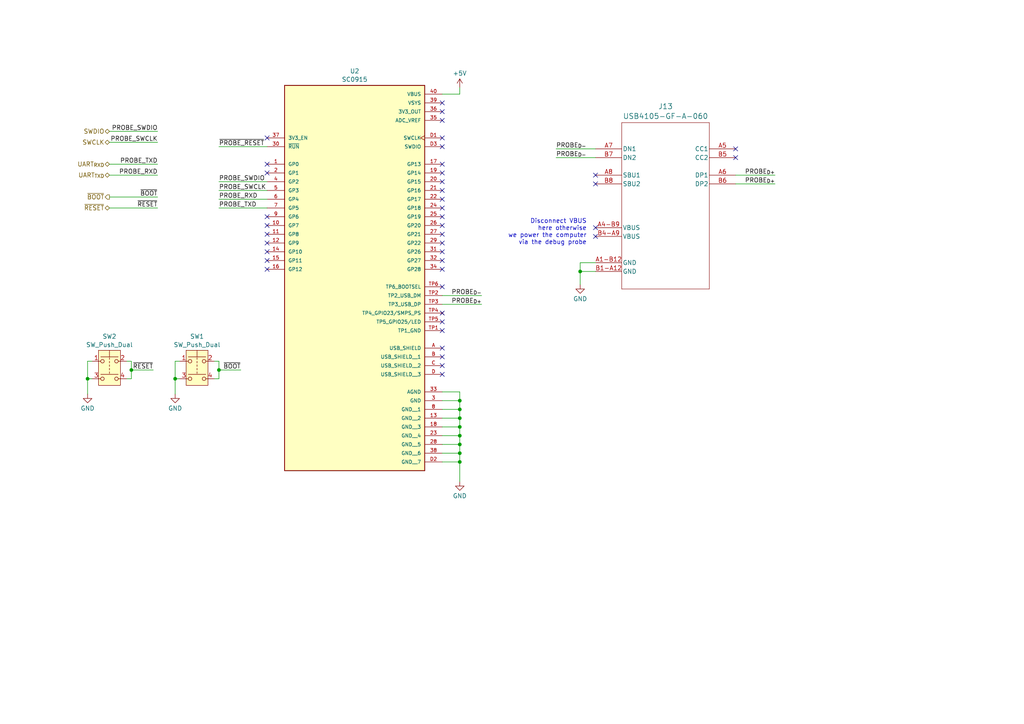
<source format=kicad_sch>
(kicad_sch (version 20231120) (generator "eeschema") (generator_version "8.0")
  (paper "A4")
  (lib_symbols
    (symbol "Switch:SW_Push_Dual" (pin_names (offset 1.016) hide)
      (property "Reference" "SW" (at 0 7.62 0))
      (property "Value" "SW_Push_Dual" (at 0 -6.35 0))
      (symbol "SW_Push_Dual_0_1"
        (circle (center -2.032 -2.54) (radius 0.508))
        (circle (center -2.032 2.54) (radius 0.508))
        (polyline (pts (xy 0 -0.508) (xy 0 -1.016)))
        (polyline (pts (xy 0 0.508) (xy 0 0)))
        (polyline (pts (xy 0 1.016) (xy 0 1.524)))
        (polyline (pts (xy 0 2.032) (xy 0 2.54)))
        (polyline (pts (xy 0 3.048) (xy 0 3.556)))
        (polyline (pts (xy 0 3.81) (xy 0 5.588)))
        (polyline (pts (xy 2.54 -1.27) (xy -2.54 -1.27)))
        (polyline (pts (xy 2.54 3.81) (xy -2.54 3.81)))
        (circle (center 2.032 -2.54) (radius 0.508))
        (circle (center 2.032 2.54) (radius 0.508))
        (pin passive line (at -5.08 2.54 0) (length 2.54) (name "1") (number "1"))
        (pin passive line (at 5.08 2.54 180) (length 2.54) (name "2") (number "2"))
        (pin passive line (at -5.08 -2.54 0) (length 2.54) (name "3") (number "3"))
        (pin passive line (at 5.08 -2.54 180) (length 2.54) (name "4") (number "4"))
      )
      (symbol "SW_Push_Dual_1_1"
        (rectangle (start -3.175 5.715) (end 3.175 -4.445) (fill (type background)))
      )
    )
    (symbol "compi:SC0915" (pin_names (offset 1.016))
      (property "Reference" "U" (at -20.32 44.069 0))
      (property "Value" "SC0915" (at -20.32 -71.12 0))
      (symbol "SC0915_0_1"
        (rectangle (start -20.32 -68.58) (end 20.32 43.18) (stroke (width 0.254)) (fill (type background)))
        (pin bidirectional line (at -25.4 20.32 0) (length 5.08) (name "GP0") (number "1"))
        (pin bidirectional line (at -25.4 2.54 0) (length 5.08) (name "GP7") (number "10"))
        (pin bidirectional line (at -25.4 0 0) (length 5.08) (name "GP8") (number "11"))
        (pin bidirectional line (at -25.4 -2.54 0) (length 5.08) (name "GP9") (number "12"))
        (pin power_in line (at 25.4 -53.34 180) (length 5.08) (name "GND__2") (number "13"))
        (pin bidirectional line (at -25.4 -5.08 0) (length 5.08) (name "GP10") (number "14"))
        (pin bidirectional line (at -25.4 -7.62 0) (length 5.08) (name "GP11") (number "15"))
        (pin bidirectional line (at -25.4 -10.16 0) (length 5.08) (name "GP12") (number "16"))
        (pin bidirectional line (at 25.4 20.32 180) (length 5.08) (name "GP13") (number "17"))
        (pin power_in line (at 25.4 -55.88 180) (length 5.08) (name "GND__3") (number "18"))
        (pin bidirectional line (at 25.4 17.78 180) (length 5.08) (name "GP14") (number "19"))
        (pin bidirectional line (at -25.4 17.78 0) (length 5.08) (name "GP1") (number "2"))
        (pin bidirectional line (at 25.4 15.24 180) (length 5.08) (name "GP15") (number "20"))
        (pin bidirectional line (at 25.4 12.7 180) (length 5.08) (name "GP16") (number "21"))
        (pin bidirectional line (at 25.4 10.16 180) (length 5.08) (name "GP17") (number "22"))
        (pin power_in line (at 25.4 -58.42 180) (length 5.08) (name "GND__4") (number "23"))
        (pin bidirectional line (at 25.4 7.62 180) (length 5.08) (name "GP18") (number "24"))
        (pin bidirectional line (at 25.4 5.08 180) (length 5.08) (name "GP19") (number "25"))
        (pin bidirectional line (at 25.4 2.54 180) (length 5.08) (name "GP20") (number "26"))
        (pin bidirectional line (at 25.4 0 180) (length 5.08) (name "GP21") (number "27"))
        (pin power_in line (at 25.4 -60.96 180) (length 5.08) (name "GND__5") (number "28"))
        (pin bidirectional line (at 25.4 -2.54 180) (length 5.08) (name "GP22") (number "29"))
        (pin power_in line (at 25.4 -48.26 180) (length 5.08) (name "GND") (number "3"))
        (pin input line (at -25.4 25.4 0) (length 5.08) (name "~{RUN}") (number "30"))
        (pin bidirectional line (at 25.4 -5.08 180) (length 5.08) (name "GP26") (number "31"))
        (pin bidirectional line (at 25.4 -7.62 180) (length 5.08) (name "GP27") (number "32"))
        (pin power_in line (at 25.4 -45.72 180) (length 5.08) (name "AGND") (number "33"))
        (pin bidirectional line (at 25.4 -10.16 180) (length 5.08) (name "GP28") (number "34"))
        (pin power_in line (at 25.4 33.02 180) (length 5.08) (name "ADC_VREF") (number "35"))
        (pin power_in line (at 25.4 35.56 180) (length 5.08) (name "3V3_OUT") (number "36"))
        (pin input line (at -25.4 27.94 0) (length 5.08) (name "3V3_EN") (number "37"))
        (pin power_in line (at 25.4 -63.5 180) (length 5.08) (name "GND__6") (number "38"))
        (pin power_in line (at 25.4 38.1 180) (length 5.08) (name "VSYS") (number "39"))
        (pin bidirectional line (at -25.4 15.24 0) (length 5.08) (name "GP2") (number "4"))
        (pin power_in line (at 25.4 40.64 180) (length 5.08) (name "VBUS") (number "40"))
        (pin bidirectional line (at -25.4 12.7 0) (length 5.08) (name "GP3") (number "5"))
        (pin bidirectional line (at -25.4 10.16 0) (length 5.08) (name "GP4") (number "6"))
        (pin bidirectional line (at -25.4 7.62 0) (length 5.08) (name "GP5") (number "7"))
        (pin power_in line (at 25.4 -50.8 180) (length 5.08) (name "GND__1") (number "8"))
        (pin bidirectional line (at -25.4 5.08 0) (length 5.08) (name "GP6") (number "9"))
        (pin power_in line (at 25.4 -33.02 180) (length 5.08) (name "USB_SHIELD") (number "A"))
        (pin power_in line (at 25.4 -35.56 180) (length 5.08) (name "USB_SHIELD__1") (number "B"))
        (pin power_in line (at 25.4 -38.1 180) (length 5.08) (name "USB_SHIELD__2") (number "C"))
        (pin power_in line (at 25.4 -40.64 180) (length 5.08) (name "USB_SHIELD__3") (number "D"))
        (pin input clock (at 25.4 27.94 180) (length 5.08) (name "SWCLK") (number "D1"))
        (pin power_in line (at 25.4 -66.04 180) (length 5.08) (name "GND__7") (number "D2"))
        (pin bidirectional line (at 25.4 25.4 180) (length 5.08) (name "SWDIO") (number "D3"))
        (pin power_in line (at 25.4 -27.94 180) (length 5.08) (name "TP1_GND") (number "TP1"))
        (pin bidirectional line (at 25.4 -17.78 180) (length 5.08) (name "TP2_USB_DM") (number "TP2"))
        (pin bidirectional line (at 25.4 -20.32 180) (length 5.08) (name "TP3_USB_DP") (number "TP3"))
        (pin no_connect line (at 25.4 -22.86 180) (length 5.08) (name "TP4_GPIO23/SMPS_PS") (number "TP4"))
        (pin output line (at 25.4 -25.4 180) (length 5.08) (name "TP5_GPIO25/LED") (number "TP5"))
        (pin input line (at 25.4 -15.24 180) (length 5.08) (name "TP6_BOOTSEL") (number "TP6"))
      )
    )
    (symbol "compi:USB4105-GF-A-060" (pin_names (offset 0.254))
      (property "Reference" "J" (at 20.32 12.7 0))
      (property "Value" "USB4105-GF-A-060" (at 20.32 10.16 0))
      (symbol "USB4105-GF-A-060_0_1"
        (polyline (pts (xy 7.62 -40.64) (xy 33.02 -40.64)) (stroke (width 0.127)))
        (polyline (pts (xy 7.62 7.62) (xy 7.62 -40.64)) (stroke (width 0.127)))
        (polyline (pts (xy 33.02 -40.64) (xy 33.02 7.62)) (stroke (width 0.127)))
        (polyline (pts (xy 33.02 7.62) (xy 7.62 7.62)) (stroke (width 0.127)))
        (pin power_out line (at 0 -33.02 0) (length 7.62) (name "GND") (number "A1-B12"))
        (pin power_in line (at 0 -22.86 0) (length 7.62) (name "VBUS") (number "A4-B9"))
        (pin bidirectional line (at 40.64 0 180) (length 7.62) (name "CC1") (number "A5"))
        (pin bidirectional line (at 40.64 -7.62 180) (length 7.62) (name "DP1") (number "A6"))
        (pin bidirectional line (at 0 0 0) (length 7.62) (name "DN1") (number "A7"))
        (pin bidirectional line (at 0 -7.62 0) (length 7.62) (name "SBU1") (number "A8"))
        (pin power_out line (at 0 -35.56 0) (length 7.62) (name "GND") (number "B1-A12"))
        (pin power_in line (at 0 -25.4 0) (length 7.62) (name "VBUS") (number "B4-A9"))
        (pin bidirectional line (at 40.64 -2.54 180) (length 7.62) (name "CC2") (number "B5"))
        (pin bidirectional line (at 40.64 -10.16 180) (length 7.62) (name "DP2") (number "B6"))
        (pin bidirectional line (at 0 -2.54 0) (length 7.62) (name "DN2") (number "B7"))
        (pin bidirectional line (at 0 -10.16 0) (length 7.62) (name "SBU2") (number "B8"))
      )
    )
    (symbol "power:+5V" (power) (pin_names (offset 0))
      (property "Value" "+5V" (at 0 3.556 0))
      (symbol "+5V_0_1"
        (polyline (pts (xy -0.762 1.27) (xy 0 2.54)))
        (polyline (pts (xy 0 0) (xy 0 2.54)))
        (polyline (pts (xy 0 2.54) (xy 0.762 1.27)))
      )
      (symbol "+5V_1_1"
        (pin power_in line (at 0 0 90) (length 0) hide (name "+5V") (number "1"))
      )
    )
    (symbol "power:GND" (power) (pin_names (offset 0))
      (property "Value" "GND" (at 0 -3.81 0))
      (symbol "GND_0_1"
        (polyline (pts (xy 0 0) (xy 0 -1.27) (xy 1.27 -1.27) (xy 0 -2.54) (xy -1.27 -1.27) (xy 0 -1.27)))
      )
      (symbol "GND_1_1"
        (pin power_in line (at 0 0 270) (length 0) hide (name "GND") (number "1"))
      )
    )
  )
  (junction (at 133.35 116.205))
  (junction (at 133.35 118.745))
  (junction (at 168.275 78.74))
  (junction (at 133.35 126.365))
  (junction (at 133.35 123.825))
  (junction (at 50.8 109.855))
  (junction (at 133.35 131.445))
  (junction (at 133.35 128.905))
  (junction (at 38.1 107.315))
  (junction (at 63.5 107.315))
  (junction (at 25.4 109.855))
  (junction (at 133.35 133.985))
  (junction (at 133.35 121.285))
  (no_connect (at 128.27 40.005))
  (no_connect (at 128.27 67.945))
  (no_connect (at 77.47 65.405))
  (no_connect (at 128.27 60.325))
  (no_connect (at 172.72 68.58))
  (no_connect (at 77.47 78.105))
  (no_connect (at 128.27 106.045))
  (no_connect (at 128.27 70.485))
  (no_connect (at 172.72 50.8))
  (no_connect (at 128.27 90.805))
  (no_connect (at 77.47 67.945))
  (no_connect (at 128.27 73.025))
  (no_connect (at 128.27 108.585))
  (no_connect (at 77.47 50.165))
  (no_connect (at 128.27 65.405))
  (no_connect (at 128.27 62.865))
  (no_connect (at 128.27 55.245))
  (no_connect (at 77.47 75.565))
  (no_connect (at 213.36 45.72))
  (no_connect (at 172.72 53.34))
  (no_connect (at 77.47 40.005))
  (no_connect (at 128.27 50.165))
  (no_connect (at 128.27 52.705))
  (no_connect (at 213.36 43.18))
  (no_connect (at 128.27 103.505))
  (no_connect (at 77.47 62.865))
  (no_connect (at 128.27 83.185))
  (no_connect (at 128.27 100.965))
  (no_connect (at 128.27 78.105))
  (no_connect (at 128.27 32.385))
  (no_connect (at 77.47 70.485))
  (no_connect (at 128.27 47.625))
  (no_connect (at 128.27 42.545))
  (no_connect (at 128.27 95.885))
  (no_connect (at 128.27 29.845))
  (no_connect (at 128.27 75.565))
  (no_connect (at 128.27 34.925))
  (no_connect (at 128.27 93.345))
  (no_connect (at 77.47 73.025))
  (no_connect (at 77.47 47.625))
  (no_connect (at 128.27 57.785))
  (no_connect (at 172.72 66.04))
  (wire (pts (xy 63.5 55.245) (xy 77.47 55.245)))
  (wire (pts (xy 38.1 107.315) (xy 44.45 107.315)))
  (wire (pts (xy 45.72 50.8) (xy 31.75 50.8)))
  (wire (pts (xy 38.1 109.855) (xy 38.1 107.315)))
  (wire (pts (xy 38.1 107.315) (xy 38.1 104.775)))
  (wire (pts (xy 128.27 126.365) (xy 133.35 126.365)))
  (wire (pts (xy 133.35 126.365) (xy 133.35 128.905)))
  (wire (pts (xy 50.8 109.855) (xy 52.07 109.855)))
  (wire (pts (xy 133.35 123.825) (xy 133.35 126.365)))
  (wire (pts (xy 213.36 53.34) (xy 224.79 53.34)))
  (wire (pts (xy 36.83 109.855) (xy 38.1 109.855)))
  (wire (pts (xy 45.72 47.625) (xy 31.75 47.625)))
  (wire (pts (xy 133.35 121.285) (xy 133.35 123.825)))
  (wire (pts (xy 168.275 78.74) (xy 168.275 82.55)))
  (wire (pts (xy 31.75 57.15) (xy 45.72 57.15)))
  (wire (pts (xy 128.27 123.825) (xy 133.35 123.825)))
  (wire (pts (xy 63.5 42.545) (xy 77.47 42.545)))
  (wire (pts (xy 128.27 128.905) (xy 133.35 128.905)))
  (wire (pts (xy 128.27 27.305) (xy 133.35 27.305)))
  (wire (pts (xy 63.5 52.705) (xy 77.47 52.705)))
  (wire (pts (xy 63.5 109.855) (xy 63.5 107.315)))
  (wire (pts (xy 172.72 45.72) (xy 161.29 45.72)))
  (wire (pts (xy 133.35 113.665) (xy 133.35 116.205)))
  (wire (pts (xy 45.72 38.1) (xy 31.75 38.1)))
  (wire (pts (xy 26.67 104.775) (xy 25.4 104.775)))
  (wire (pts (xy 45.72 41.275) (xy 31.75 41.275)))
  (wire (pts (xy 168.275 76.2) (xy 168.275 78.74)))
  (wire (pts (xy 38.1 104.775) (xy 36.83 104.775)))
  (wire (pts (xy 168.275 78.74) (xy 172.72 78.74)))
  (wire (pts (xy 128.27 133.985) (xy 133.35 133.985)))
  (wire (pts (xy 63.5 107.315) (xy 63.5 104.775)))
  (wire (pts (xy 25.4 104.775) (xy 25.4 109.855)))
  (wire (pts (xy 63.5 57.785) (xy 77.47 57.785)))
  (wire (pts (xy 128.27 131.445) (xy 133.35 131.445)))
  (wire (pts (xy 63.5 104.775) (xy 62.23 104.775)))
  (wire (pts (xy 25.4 109.855) (xy 25.4 114.3)))
  (wire (pts (xy 133.35 133.985) (xy 133.35 139.7)))
  (wire (pts (xy 63.5 60.325) (xy 77.47 60.325)))
  (wire (pts (xy 25.4 109.855) (xy 26.67 109.855)))
  (wire (pts (xy 133.35 118.745) (xy 133.35 121.285)))
  (wire (pts (xy 213.36 50.8) (xy 224.79 50.8)))
  (wire (pts (xy 128.27 118.745) (xy 133.35 118.745)))
  (wire (pts (xy 133.35 25.4) (xy 133.35 27.305)))
  (wire (pts (xy 128.27 88.265) (xy 139.7 88.265)))
  (wire (pts (xy 133.35 116.205) (xy 133.35 118.745)))
  (wire (pts (xy 133.35 131.445) (xy 133.35 133.985)))
  (wire (pts (xy 128.27 113.665) (xy 133.35 113.665)))
  (wire (pts (xy 128.27 85.725) (xy 139.7 85.725)))
  (wire (pts (xy 31.75 60.325) (xy 45.72 60.325)))
  (wire (pts (xy 128.27 121.285) (xy 133.35 121.285)))
  (wire (pts (xy 50.8 104.775) (xy 50.8 109.855)))
  (wire (pts (xy 128.27 116.205) (xy 133.35 116.205)))
  (wire (pts (xy 172.72 43.18) (xy 161.29 43.18)))
  (wire (pts (xy 63.5 107.315) (xy 69.85 107.315)))
  (wire (pts (xy 52.07 104.775) (xy 50.8 104.775)))
  (wire (pts (xy 133.35 128.905) (xy 133.35 131.445)))
  (wire (pts (xy 62.23 109.855) (xy 63.5 109.855)))
  (wire (pts (xy 172.72 76.2) (xy 168.275 76.2)))
  (wire (pts (xy 50.8 109.855) (xy 50.8 114.3)))
  (text "Disconnect VBUS\nhere otherwise\nwe power the computer\nvia the debug probe" (at 170.18 71.12 0) (effects (font (size 1.27 1.27)) (justify right bottom)))
  (label "PROBE_SWCLK" (at 45.72 41.275 180))
  (label "~{PROBE_RESET}" (at 63.5 42.545 0))
  (label "PROBE_{D-}" (at 139.7 85.725 180))
  (label "PROBE_SWDIO" (at 45.72 38.1 180))
  (label "~{BOOT}" (at 45.72 57.15 180))
  (label "PROBE_SWDIO" (at 63.5 52.705 0))
  (label "PROBE_{D-}" (at 161.29 45.72 0))
  (label "PROBE_TXD" (at 63.5 60.325 0))
  (label "~{RESET}" (at 45.72 60.325 180))
  (label "PROBE_TXD" (at 45.72 47.625 180))
  (label "~{RESET}" (at 44.45 107.315 180))
  (label "PROBE_RXD" (at 45.72 50.8 180))
  (label "PROBE_{D+}" (at 224.79 53.34 180))
  (label "PROBE_{D+}" (at 139.7 88.265 180))
  (label "PROBE_{D+}" (at 224.79 50.8 180))
  (label "PROBE_{D-}" (at 161.29 43.18 0))
  (label "PROBE_SWCLK" (at 63.5 55.245 0))
  (label "PROBE_RXD" (at 63.5 57.785 0))
  (label "~{BOOT}" (at 69.85 107.315 180))
  (hierarchical_label "UART_{TXD}" (shape bidirectional) (at 31.75 50.8 180))
  (hierarchical_label "SWCLK" (shape bidirectional) (at 31.75 41.275 180))
  (hierarchical_label "~{RESET}" (shape bidirectional) (at 31.75 60.325 180))
  (hierarchical_label "SWDIO" (shape bidirectional) (at 31.75 38.1 180))
  (hierarchical_label "UART_{RXD}" (shape bidirectional) (at 31.75 47.625 180))
  (hierarchical_label "~{BOOT}" (shape output) (at 31.75 57.15 180))
  (symbol (lib_id "compi:USB4105-GF-A-060") (at 172.72 43.18 0) (unit 1)
    (property "Reference" "J13" (at 193.04 30.8663 0) (effects (font (size 1.524 1.524))))
    (property "Value" "USB4105-GF-A-060" (at 193.04 33.6991 0) (effects (font (size 1.524 1.524))))
    (property "Footprint" "compi:USB4105-GF-A-060" (effects (hide yes)))
    (property "Datasheet" "https://media.digikey.com/pdf/Data%20Sheets/GCT%20PDFs/USB4105%20-%20Product%20Drawing.pdf" (effects (hide yes)))
    (property "DigiKey Part No." "2073-USB4105-GF-A-060CT-ND" (effects (hide yes)))
    (property "TroniDex Component ID" "USB4105-GF-A-060" (effects (hide yes)))
    (property "TroniDex Part No." "USB4105-GF-A-060" (effects (hide yes)))
  )
  (symbol (lib_id "power:GND") (at 25.4 114.3 0) (unit 1)
    (property "Reference" "#PWR059" (effects (hide yes)))
    (property "Value" "GND" (at 25.4 118.4331 0))
  )
  (symbol (lib_id "power:GND") (at 50.8 114.3 0) (unit 1)
    (property "Reference" "#PWR060" (effects (hide yes)))
    (property "Value" "GND" (at 50.8 118.4331 0))
  )
  (symbol (lib_id "power:GND") (at 168.275 82.55 0) (unit 1)
    (property "Reference" "#PWR058" (effects (hide yes)))
    (property "Value" "GND" (at 168.275 86.6831 0))
  )
  (symbol (lib_id "compi:SC0915") (at 102.87 67.945 0) (unit 1)
    (property "Reference" "U2" (at 102.87 20.6207 0))
    (property "Value" "SC0915" (at 102.87 23.0449 0))
    (property "Footprint" "compi:pi-pico" (effects (hide yes)))
    (property "Datasheet" "https://datasheets.raspberrypi.com/pico/pico-datasheet.pdf" (effects (hide yes)))
    (property "LCSC Part No." "C7203002" (effects (hide yes)))
    (property "DigiKey Part No." "2648-SC0915CT-ND" (effects (hide yes)))
    (property "Mouser Part No." "358-SC0915" (effects (hide yes)))
    (property "TroniDex Component ID" "pi-pico" (effects (hide yes)))
    (property "TroniDex Part No." "SC0915" (effects (hide yes)))
  )
  (symbol (lib_id "Switch:SW_Push_Dual") (at 57.15 107.315 0) (unit 1)
    (property "Reference" "SW1" (at 57.15 97.5827 0))
    (property "Value" "SW_Push_Dual" (at 57.15 100.0069 0))
    (property "Footprint" "Button_Switch_THT:SW_PUSH_6mm_H4.3mm" (effects (hide yes)))
  )
  (symbol (lib_id "Switch:SW_Push_Dual") (at 31.75 107.315 0) (unit 1)
    (property "Reference" "SW2" (at 31.75 97.5827 0))
    (property "Value" "SW_Push_Dual" (at 31.75 100.0069 0))
    (property "Footprint" "Button_Switch_THT:SW_PUSH_6mm_H4.3mm" (effects (hide yes)))
  )
  (symbol (lib_id "power:+5V") (at 133.35 25.4 0) (unit 1)
    (property "Reference" "#PWR056" (effects (hide yes)))
    (property "Value" "+5V" (at 133.35 21.2669 0))
  )
  (symbol (lib_id "power:GND") (at 133.35 139.7 0) (unit 1)
    (property "Reference" "#PWR057" (effects (hide yes)))
    (property "Value" "GND" (at 133.35 143.8331 0))
  )
)
</source>
